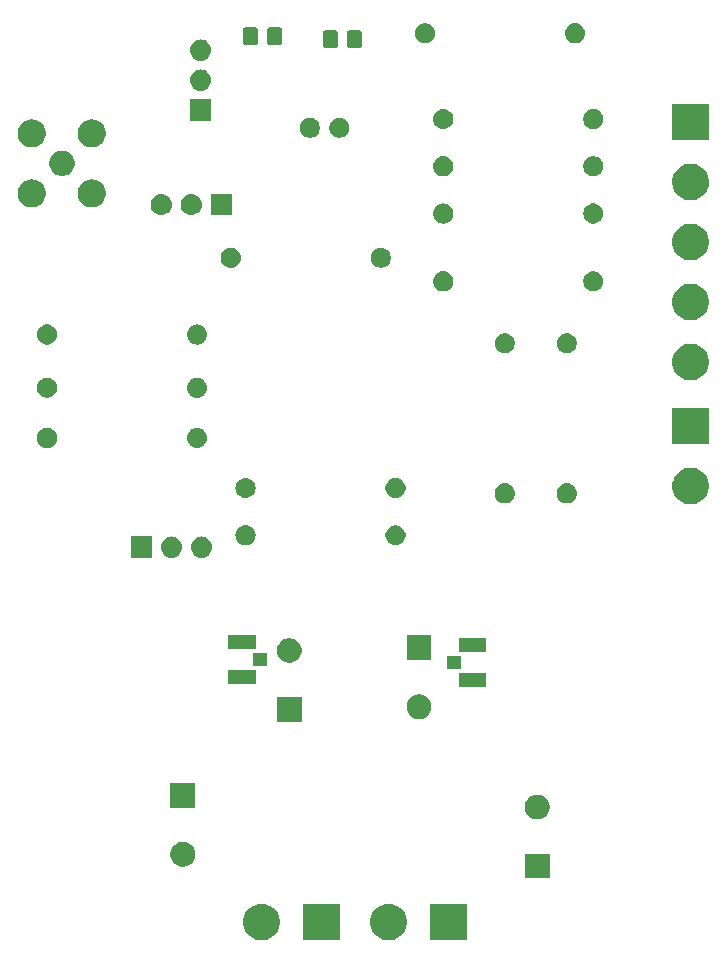
<source format=gbs>
G04 #@! TF.GenerationSoftware,KiCad,Pcbnew,(5.1.4)-1*
G04 #@! TF.CreationDate,2021-07-03T18:30:16-04:00*
G04 #@! TF.ProjectId,beefy_linear_mosfet,62656566-795f-46c6-996e-6561725f6d6f,rev?*
G04 #@! TF.SameCoordinates,Original*
G04 #@! TF.FileFunction,Soldermask,Bot*
G04 #@! TF.FilePolarity,Negative*
%FSLAX46Y46*%
G04 Gerber Fmt 4.6, Leading zero omitted, Abs format (unit mm)*
G04 Created by KiCad (PCBNEW (5.1.4)-1) date 2021-07-03 18:30:16*
%MOMM*%
%LPD*%
G04 APERTURE LIST*
%ADD10C,0.100000*%
G04 APERTURE END LIST*
D10*
G36*
X44301000Y-105301000D02*
G01*
X41199000Y-105301000D01*
X41199000Y-102199000D01*
X44301000Y-102199000D01*
X44301000Y-105301000D01*
X44301000Y-105301000D01*
G37*
G36*
X48722585Y-102228802D02*
G01*
X48872410Y-102258604D01*
X49154674Y-102375521D01*
X49408705Y-102545259D01*
X49624741Y-102761295D01*
X49794479Y-103015326D01*
X49911396Y-103297590D01*
X49971000Y-103597240D01*
X49971000Y-103902760D01*
X49911396Y-104202410D01*
X49794479Y-104484674D01*
X49624741Y-104738705D01*
X49408705Y-104954741D01*
X49154674Y-105124479D01*
X48872410Y-105241396D01*
X48722585Y-105271198D01*
X48572761Y-105301000D01*
X48267239Y-105301000D01*
X48117415Y-105271198D01*
X47967590Y-105241396D01*
X47685326Y-105124479D01*
X47431295Y-104954741D01*
X47215259Y-104738705D01*
X47045521Y-104484674D01*
X46928604Y-104202410D01*
X46869000Y-103902760D01*
X46869000Y-103597240D01*
X46928604Y-103297590D01*
X47045521Y-103015326D01*
X47215259Y-102761295D01*
X47431295Y-102545259D01*
X47685326Y-102375521D01*
X47967590Y-102258604D01*
X48117415Y-102228802D01*
X48267239Y-102199000D01*
X48572761Y-102199000D01*
X48722585Y-102228802D01*
X48722585Y-102228802D01*
G37*
G36*
X55051000Y-105301000D02*
G01*
X51949000Y-105301000D01*
X51949000Y-102199000D01*
X55051000Y-102199000D01*
X55051000Y-105301000D01*
X55051000Y-105301000D01*
G37*
G36*
X37972585Y-102228802D02*
G01*
X38122410Y-102258604D01*
X38404674Y-102375521D01*
X38658705Y-102545259D01*
X38874741Y-102761295D01*
X39044479Y-103015326D01*
X39161396Y-103297590D01*
X39221000Y-103597240D01*
X39221000Y-103902760D01*
X39161396Y-104202410D01*
X39044479Y-104484674D01*
X38874741Y-104738705D01*
X38658705Y-104954741D01*
X38404674Y-105124479D01*
X38122410Y-105241396D01*
X37972585Y-105271198D01*
X37822761Y-105301000D01*
X37517239Y-105301000D01*
X37367415Y-105271198D01*
X37217590Y-105241396D01*
X36935326Y-105124479D01*
X36681295Y-104954741D01*
X36465259Y-104738705D01*
X36295521Y-104484674D01*
X36178604Y-104202410D01*
X36119000Y-103902760D01*
X36119000Y-103597240D01*
X36178604Y-103297590D01*
X36295521Y-103015326D01*
X36465259Y-102761295D01*
X36681295Y-102545259D01*
X36935326Y-102375521D01*
X37217590Y-102258604D01*
X37367415Y-102228802D01*
X37517239Y-102199000D01*
X37822761Y-102199000D01*
X37972585Y-102228802D01*
X37972585Y-102228802D01*
G37*
G36*
X62051000Y-100051000D02*
G01*
X59949000Y-100051000D01*
X59949000Y-97949000D01*
X62051000Y-97949000D01*
X62051000Y-100051000D01*
X62051000Y-100051000D01*
G37*
G36*
X31306564Y-96989389D02*
G01*
X31497833Y-97068615D01*
X31497835Y-97068616D01*
X31669973Y-97183635D01*
X31816365Y-97330027D01*
X31931385Y-97502167D01*
X32010611Y-97693436D01*
X32051000Y-97896484D01*
X32051000Y-98103516D01*
X32010611Y-98306564D01*
X31931385Y-98497833D01*
X31931384Y-98497835D01*
X31816365Y-98669973D01*
X31669973Y-98816365D01*
X31497835Y-98931384D01*
X31497834Y-98931385D01*
X31497833Y-98931385D01*
X31306564Y-99010611D01*
X31103516Y-99051000D01*
X30896484Y-99051000D01*
X30693436Y-99010611D01*
X30502167Y-98931385D01*
X30502166Y-98931385D01*
X30502165Y-98931384D01*
X30330027Y-98816365D01*
X30183635Y-98669973D01*
X30068616Y-98497835D01*
X30068615Y-98497833D01*
X29989389Y-98306564D01*
X29949000Y-98103516D01*
X29949000Y-97896484D01*
X29989389Y-97693436D01*
X30068615Y-97502167D01*
X30183635Y-97330027D01*
X30330027Y-97183635D01*
X30502165Y-97068616D01*
X30502167Y-97068615D01*
X30693436Y-96989389D01*
X30896484Y-96949000D01*
X31103516Y-96949000D01*
X31306564Y-96989389D01*
X31306564Y-96989389D01*
G37*
G36*
X61306564Y-92989389D02*
G01*
X61497833Y-93068615D01*
X61497835Y-93068616D01*
X61669973Y-93183635D01*
X61816365Y-93330027D01*
X61931385Y-93502167D01*
X62010611Y-93693436D01*
X62051000Y-93896484D01*
X62051000Y-94103516D01*
X62010611Y-94306564D01*
X61931385Y-94497833D01*
X61931384Y-94497835D01*
X61816365Y-94669973D01*
X61669973Y-94816365D01*
X61497835Y-94931384D01*
X61497834Y-94931385D01*
X61497833Y-94931385D01*
X61306564Y-95010611D01*
X61103516Y-95051000D01*
X60896484Y-95051000D01*
X60693436Y-95010611D01*
X60502167Y-94931385D01*
X60502166Y-94931385D01*
X60502165Y-94931384D01*
X60330027Y-94816365D01*
X60183635Y-94669973D01*
X60068616Y-94497835D01*
X60068615Y-94497833D01*
X59989389Y-94306564D01*
X59949000Y-94103516D01*
X59949000Y-93896484D01*
X59989389Y-93693436D01*
X60068615Y-93502167D01*
X60183635Y-93330027D01*
X60330027Y-93183635D01*
X60502165Y-93068616D01*
X60502167Y-93068615D01*
X60693436Y-92989389D01*
X60896484Y-92949000D01*
X61103516Y-92949000D01*
X61306564Y-92989389D01*
X61306564Y-92989389D01*
G37*
G36*
X32051000Y-94051000D02*
G01*
X29949000Y-94051000D01*
X29949000Y-91949000D01*
X32051000Y-91949000D01*
X32051000Y-94051000D01*
X32051000Y-94051000D01*
G37*
G36*
X41051000Y-86801000D02*
G01*
X38949000Y-86801000D01*
X38949000Y-84699000D01*
X41051000Y-84699000D01*
X41051000Y-86801000D01*
X41051000Y-86801000D01*
G37*
G36*
X51306564Y-84489389D02*
G01*
X51497833Y-84568615D01*
X51497835Y-84568616D01*
X51669973Y-84683635D01*
X51816365Y-84830027D01*
X51931385Y-85002167D01*
X52010611Y-85193436D01*
X52051000Y-85396484D01*
X52051000Y-85603516D01*
X52010611Y-85806564D01*
X51931385Y-85997833D01*
X51931384Y-85997835D01*
X51816365Y-86169973D01*
X51669973Y-86316365D01*
X51497835Y-86431384D01*
X51497834Y-86431385D01*
X51497833Y-86431385D01*
X51306564Y-86510611D01*
X51103516Y-86551000D01*
X50896484Y-86551000D01*
X50693436Y-86510611D01*
X50502167Y-86431385D01*
X50502166Y-86431385D01*
X50502165Y-86431384D01*
X50330027Y-86316365D01*
X50183635Y-86169973D01*
X50068616Y-85997835D01*
X50068615Y-85997833D01*
X49989389Y-85806564D01*
X49949000Y-85603516D01*
X49949000Y-85396484D01*
X49989389Y-85193436D01*
X50068615Y-85002167D01*
X50183635Y-84830027D01*
X50330027Y-84683635D01*
X50502165Y-84568616D01*
X50502167Y-84568615D01*
X50693436Y-84489389D01*
X50896484Y-84449000D01*
X51103516Y-84449000D01*
X51306564Y-84489389D01*
X51306564Y-84489389D01*
G37*
G36*
X56651000Y-83801000D02*
G01*
X54349000Y-83801000D01*
X54349000Y-82649000D01*
X56651000Y-82649000D01*
X56651000Y-83801000D01*
X56651000Y-83801000D01*
G37*
G36*
X37151000Y-83551000D02*
G01*
X34849000Y-83551000D01*
X34849000Y-82399000D01*
X37151000Y-82399000D01*
X37151000Y-83551000D01*
X37151000Y-83551000D01*
G37*
G36*
X54551000Y-82301000D02*
G01*
X53399000Y-82301000D01*
X53399000Y-81199000D01*
X54551000Y-81199000D01*
X54551000Y-82301000D01*
X54551000Y-82301000D01*
G37*
G36*
X38101000Y-82051000D02*
G01*
X36949000Y-82051000D01*
X36949000Y-80949000D01*
X38101000Y-80949000D01*
X38101000Y-82051000D01*
X38101000Y-82051000D01*
G37*
G36*
X40306564Y-79739389D02*
G01*
X40497833Y-79818615D01*
X40497835Y-79818616D01*
X40669973Y-79933635D01*
X40816365Y-80080027D01*
X40931385Y-80252167D01*
X41010611Y-80443436D01*
X41051000Y-80646484D01*
X41051000Y-80853516D01*
X41010611Y-81056564D01*
X40951612Y-81199000D01*
X40931384Y-81247835D01*
X40816365Y-81419973D01*
X40669973Y-81566365D01*
X40497835Y-81681384D01*
X40497834Y-81681385D01*
X40497833Y-81681385D01*
X40306564Y-81760611D01*
X40103516Y-81801000D01*
X39896484Y-81801000D01*
X39693436Y-81760611D01*
X39502167Y-81681385D01*
X39502166Y-81681385D01*
X39502165Y-81681384D01*
X39330027Y-81566365D01*
X39183635Y-81419973D01*
X39068616Y-81247835D01*
X39048388Y-81199000D01*
X38989389Y-81056564D01*
X38949000Y-80853516D01*
X38949000Y-80646484D01*
X38989389Y-80443436D01*
X39068615Y-80252167D01*
X39183635Y-80080027D01*
X39330027Y-79933635D01*
X39502165Y-79818616D01*
X39502167Y-79818615D01*
X39693436Y-79739389D01*
X39896484Y-79699000D01*
X40103516Y-79699000D01*
X40306564Y-79739389D01*
X40306564Y-79739389D01*
G37*
G36*
X52051000Y-81551000D02*
G01*
X49949000Y-81551000D01*
X49949000Y-79449000D01*
X52051000Y-79449000D01*
X52051000Y-81551000D01*
X52051000Y-81551000D01*
G37*
G36*
X56651000Y-80851000D02*
G01*
X54349000Y-80851000D01*
X54349000Y-79699000D01*
X56651000Y-79699000D01*
X56651000Y-80851000D01*
X56651000Y-80851000D01*
G37*
G36*
X37151000Y-80601000D02*
G01*
X34849000Y-80601000D01*
X34849000Y-79449000D01*
X37151000Y-79449000D01*
X37151000Y-80601000D01*
X37151000Y-80601000D01*
G37*
G36*
X32690443Y-71105519D02*
G01*
X32756627Y-71112037D01*
X32926466Y-71163557D01*
X33082991Y-71247222D01*
X33118729Y-71276552D01*
X33220186Y-71359814D01*
X33303448Y-71461271D01*
X33332778Y-71497009D01*
X33416443Y-71653534D01*
X33467963Y-71823373D01*
X33485359Y-72000000D01*
X33467963Y-72176627D01*
X33416443Y-72346466D01*
X33332778Y-72502991D01*
X33303448Y-72538729D01*
X33220186Y-72640186D01*
X33118729Y-72723448D01*
X33082991Y-72752778D01*
X32926466Y-72836443D01*
X32756627Y-72887963D01*
X32690443Y-72894481D01*
X32624260Y-72901000D01*
X32535740Y-72901000D01*
X32469557Y-72894481D01*
X32403373Y-72887963D01*
X32233534Y-72836443D01*
X32077009Y-72752778D01*
X32041271Y-72723448D01*
X31939814Y-72640186D01*
X31856552Y-72538729D01*
X31827222Y-72502991D01*
X31743557Y-72346466D01*
X31692037Y-72176627D01*
X31674641Y-72000000D01*
X31692037Y-71823373D01*
X31743557Y-71653534D01*
X31827222Y-71497009D01*
X31856552Y-71461271D01*
X31939814Y-71359814D01*
X32041271Y-71276552D01*
X32077009Y-71247222D01*
X32233534Y-71163557D01*
X32403373Y-71112037D01*
X32469557Y-71105519D01*
X32535740Y-71099000D01*
X32624260Y-71099000D01*
X32690443Y-71105519D01*
X32690443Y-71105519D01*
G37*
G36*
X30150443Y-71105519D02*
G01*
X30216627Y-71112037D01*
X30386466Y-71163557D01*
X30542991Y-71247222D01*
X30578729Y-71276552D01*
X30680186Y-71359814D01*
X30763448Y-71461271D01*
X30792778Y-71497009D01*
X30876443Y-71653534D01*
X30927963Y-71823373D01*
X30945359Y-72000000D01*
X30927963Y-72176627D01*
X30876443Y-72346466D01*
X30792778Y-72502991D01*
X30763448Y-72538729D01*
X30680186Y-72640186D01*
X30578729Y-72723448D01*
X30542991Y-72752778D01*
X30386466Y-72836443D01*
X30216627Y-72887963D01*
X30150443Y-72894481D01*
X30084260Y-72901000D01*
X29995740Y-72901000D01*
X29929557Y-72894481D01*
X29863373Y-72887963D01*
X29693534Y-72836443D01*
X29537009Y-72752778D01*
X29501271Y-72723448D01*
X29399814Y-72640186D01*
X29316552Y-72538729D01*
X29287222Y-72502991D01*
X29203557Y-72346466D01*
X29152037Y-72176627D01*
X29134641Y-72000000D01*
X29152037Y-71823373D01*
X29203557Y-71653534D01*
X29287222Y-71497009D01*
X29316552Y-71461271D01*
X29399814Y-71359814D01*
X29501271Y-71276552D01*
X29537009Y-71247222D01*
X29693534Y-71163557D01*
X29863373Y-71112037D01*
X29929557Y-71105519D01*
X29995740Y-71099000D01*
X30084260Y-71099000D01*
X30150443Y-71105519D01*
X30150443Y-71105519D01*
G37*
G36*
X28401000Y-72901000D02*
G01*
X26599000Y-72901000D01*
X26599000Y-71099000D01*
X28401000Y-71099000D01*
X28401000Y-72901000D01*
X28401000Y-72901000D01*
G37*
G36*
X36466823Y-70161313D02*
G01*
X36627242Y-70209976D01*
X36694361Y-70245852D01*
X36775078Y-70288996D01*
X36904659Y-70395341D01*
X37011004Y-70524922D01*
X37011005Y-70524924D01*
X37090024Y-70672758D01*
X37138687Y-70833177D01*
X37155117Y-71000000D01*
X37138687Y-71166823D01*
X37090024Y-71327242D01*
X37049477Y-71403100D01*
X37011004Y-71475078D01*
X36904659Y-71604659D01*
X36775078Y-71711004D01*
X36775076Y-71711005D01*
X36627242Y-71790024D01*
X36466823Y-71838687D01*
X36341804Y-71851000D01*
X36258196Y-71851000D01*
X36133177Y-71838687D01*
X35972758Y-71790024D01*
X35824924Y-71711005D01*
X35824922Y-71711004D01*
X35695341Y-71604659D01*
X35588996Y-71475078D01*
X35550523Y-71403100D01*
X35509976Y-71327242D01*
X35461313Y-71166823D01*
X35444883Y-71000000D01*
X35461313Y-70833177D01*
X35509976Y-70672758D01*
X35588995Y-70524924D01*
X35588996Y-70524922D01*
X35695341Y-70395341D01*
X35824922Y-70288996D01*
X35905639Y-70245852D01*
X35972758Y-70209976D01*
X36133177Y-70161313D01*
X36258196Y-70149000D01*
X36341804Y-70149000D01*
X36466823Y-70161313D01*
X36466823Y-70161313D01*
G37*
G36*
X49248228Y-70181703D02*
G01*
X49403100Y-70245853D01*
X49542481Y-70338985D01*
X49661015Y-70457519D01*
X49754147Y-70596900D01*
X49818297Y-70751772D01*
X49851000Y-70916184D01*
X49851000Y-71083816D01*
X49818297Y-71248228D01*
X49754147Y-71403100D01*
X49661015Y-71542481D01*
X49542481Y-71661015D01*
X49403100Y-71754147D01*
X49248228Y-71818297D01*
X49083816Y-71851000D01*
X48916184Y-71851000D01*
X48751772Y-71818297D01*
X48596900Y-71754147D01*
X48457519Y-71661015D01*
X48338985Y-71542481D01*
X48245853Y-71403100D01*
X48181703Y-71248228D01*
X48149000Y-71083816D01*
X48149000Y-70916184D01*
X48181703Y-70751772D01*
X48245853Y-70596900D01*
X48338985Y-70457519D01*
X48457519Y-70338985D01*
X48596900Y-70245853D01*
X48751772Y-70181703D01*
X48916184Y-70149000D01*
X49083816Y-70149000D01*
X49248228Y-70181703D01*
X49248228Y-70181703D01*
G37*
G36*
X74302585Y-65308802D02*
G01*
X74452410Y-65338604D01*
X74734674Y-65455521D01*
X74988705Y-65625259D01*
X75204741Y-65841295D01*
X75374479Y-66095326D01*
X75454699Y-66288996D01*
X75491396Y-66377591D01*
X75550109Y-66672758D01*
X75551000Y-66677240D01*
X75551000Y-66982760D01*
X75491396Y-67282410D01*
X75374479Y-67564674D01*
X75204741Y-67818705D01*
X74988705Y-68034741D01*
X74734674Y-68204479D01*
X74452410Y-68321396D01*
X74302585Y-68351198D01*
X74152761Y-68381000D01*
X73847239Y-68381000D01*
X73697415Y-68351198D01*
X73547590Y-68321396D01*
X73265326Y-68204479D01*
X73011295Y-68034741D01*
X72795259Y-67818705D01*
X72625521Y-67564674D01*
X72508604Y-67282410D01*
X72449000Y-66982760D01*
X72449000Y-66677240D01*
X72449892Y-66672758D01*
X72508604Y-66377591D01*
X72545301Y-66288996D01*
X72625521Y-66095326D01*
X72795259Y-65841295D01*
X73011295Y-65625259D01*
X73265326Y-65455521D01*
X73547590Y-65338604D01*
X73697415Y-65308802D01*
X73847239Y-65279000D01*
X74152761Y-65279000D01*
X74302585Y-65308802D01*
X74302585Y-65308802D01*
G37*
G36*
X58416823Y-66611313D02*
G01*
X58577242Y-66659976D01*
X58709906Y-66730886D01*
X58725078Y-66738996D01*
X58854659Y-66845341D01*
X58961004Y-66974922D01*
X58961005Y-66974924D01*
X59040024Y-67122758D01*
X59088687Y-67283177D01*
X59105117Y-67450000D01*
X59088687Y-67616823D01*
X59040024Y-67777242D01*
X59007181Y-67838686D01*
X58961004Y-67925078D01*
X58854659Y-68054659D01*
X58725078Y-68161004D01*
X58725076Y-68161005D01*
X58577242Y-68240024D01*
X58416823Y-68288687D01*
X58291804Y-68301000D01*
X58208196Y-68301000D01*
X58083177Y-68288687D01*
X57922758Y-68240024D01*
X57774924Y-68161005D01*
X57774922Y-68161004D01*
X57645341Y-68054659D01*
X57538996Y-67925078D01*
X57492819Y-67838686D01*
X57459976Y-67777242D01*
X57411313Y-67616823D01*
X57394883Y-67450000D01*
X57411313Y-67283177D01*
X57459976Y-67122758D01*
X57538995Y-66974924D01*
X57538996Y-66974922D01*
X57645341Y-66845341D01*
X57774922Y-66738996D01*
X57790094Y-66730886D01*
X57922758Y-66659976D01*
X58083177Y-66611313D01*
X58208196Y-66599000D01*
X58291804Y-66599000D01*
X58416823Y-66611313D01*
X58416823Y-66611313D01*
G37*
G36*
X63666823Y-66611313D02*
G01*
X63827242Y-66659976D01*
X63959906Y-66730886D01*
X63975078Y-66738996D01*
X64104659Y-66845341D01*
X64211004Y-66974922D01*
X64211005Y-66974924D01*
X64290024Y-67122758D01*
X64338687Y-67283177D01*
X64355117Y-67450000D01*
X64338687Y-67616823D01*
X64290024Y-67777242D01*
X64257181Y-67838686D01*
X64211004Y-67925078D01*
X64104659Y-68054659D01*
X63975078Y-68161004D01*
X63975076Y-68161005D01*
X63827242Y-68240024D01*
X63666823Y-68288687D01*
X63541804Y-68301000D01*
X63458196Y-68301000D01*
X63333177Y-68288687D01*
X63172758Y-68240024D01*
X63024924Y-68161005D01*
X63024922Y-68161004D01*
X62895341Y-68054659D01*
X62788996Y-67925078D01*
X62742819Y-67838686D01*
X62709976Y-67777242D01*
X62661313Y-67616823D01*
X62644883Y-67450000D01*
X62661313Y-67283177D01*
X62709976Y-67122758D01*
X62788995Y-66974924D01*
X62788996Y-66974922D01*
X62895341Y-66845341D01*
X63024922Y-66738996D01*
X63040094Y-66730886D01*
X63172758Y-66659976D01*
X63333177Y-66611313D01*
X63458196Y-66599000D01*
X63541804Y-66599000D01*
X63666823Y-66611313D01*
X63666823Y-66611313D01*
G37*
G36*
X49248228Y-66181703D02*
G01*
X49403100Y-66245853D01*
X49542481Y-66338985D01*
X49661015Y-66457519D01*
X49754147Y-66596900D01*
X49818297Y-66751772D01*
X49851000Y-66916184D01*
X49851000Y-67083816D01*
X49818297Y-67248228D01*
X49754147Y-67403100D01*
X49661015Y-67542481D01*
X49542481Y-67661015D01*
X49403100Y-67754147D01*
X49248228Y-67818297D01*
X49083816Y-67851000D01*
X48916184Y-67851000D01*
X48751772Y-67818297D01*
X48596900Y-67754147D01*
X48457519Y-67661015D01*
X48338985Y-67542481D01*
X48245853Y-67403100D01*
X48181703Y-67248228D01*
X48149000Y-67083816D01*
X48149000Y-66916184D01*
X48181703Y-66751772D01*
X48245853Y-66596900D01*
X48338985Y-66457519D01*
X48457519Y-66338985D01*
X48596900Y-66245853D01*
X48751772Y-66181703D01*
X48916184Y-66149000D01*
X49083816Y-66149000D01*
X49248228Y-66181703D01*
X49248228Y-66181703D01*
G37*
G36*
X36466823Y-66161313D02*
G01*
X36627242Y-66209976D01*
X36694361Y-66245852D01*
X36775078Y-66288996D01*
X36904659Y-66395341D01*
X37011004Y-66524922D01*
X37011005Y-66524924D01*
X37090024Y-66672758D01*
X37138687Y-66833177D01*
X37155117Y-67000000D01*
X37138687Y-67166823D01*
X37090024Y-67327242D01*
X37049477Y-67403100D01*
X37011004Y-67475078D01*
X36904659Y-67604659D01*
X36775078Y-67711004D01*
X36775076Y-67711005D01*
X36627242Y-67790024D01*
X36466823Y-67838687D01*
X36341804Y-67851000D01*
X36258196Y-67851000D01*
X36133177Y-67838687D01*
X35972758Y-67790024D01*
X35824924Y-67711005D01*
X35824922Y-67711004D01*
X35695341Y-67604659D01*
X35588996Y-67475078D01*
X35550523Y-67403100D01*
X35509976Y-67327242D01*
X35461313Y-67166823D01*
X35444883Y-67000000D01*
X35461313Y-66833177D01*
X35509976Y-66672758D01*
X35588995Y-66524924D01*
X35588996Y-66524922D01*
X35695341Y-66395341D01*
X35824922Y-66288996D01*
X35905639Y-66245852D01*
X35972758Y-66209976D01*
X36133177Y-66161313D01*
X36258196Y-66149000D01*
X36341804Y-66149000D01*
X36466823Y-66161313D01*
X36466823Y-66161313D01*
G37*
G36*
X32366823Y-61911313D02*
G01*
X32527242Y-61959976D01*
X32594361Y-61995852D01*
X32675078Y-62038996D01*
X32804659Y-62145341D01*
X32911004Y-62274922D01*
X32911005Y-62274924D01*
X32990024Y-62422758D01*
X33038687Y-62583177D01*
X33055117Y-62750000D01*
X33038687Y-62916823D01*
X32990024Y-63077242D01*
X32949477Y-63153100D01*
X32911004Y-63225078D01*
X32804659Y-63354659D01*
X32675078Y-63461004D01*
X32675076Y-63461005D01*
X32527242Y-63540024D01*
X32366823Y-63588687D01*
X32241804Y-63601000D01*
X32158196Y-63601000D01*
X32033177Y-63588687D01*
X31872758Y-63540024D01*
X31724924Y-63461005D01*
X31724922Y-63461004D01*
X31595341Y-63354659D01*
X31488996Y-63225078D01*
X31450523Y-63153100D01*
X31409976Y-63077242D01*
X31361313Y-62916823D01*
X31344883Y-62750000D01*
X31361313Y-62583177D01*
X31409976Y-62422758D01*
X31488995Y-62274924D01*
X31488996Y-62274922D01*
X31595341Y-62145341D01*
X31724922Y-62038996D01*
X31805639Y-61995852D01*
X31872758Y-61959976D01*
X32033177Y-61911313D01*
X32158196Y-61899000D01*
X32241804Y-61899000D01*
X32366823Y-61911313D01*
X32366823Y-61911313D01*
G37*
G36*
X19748228Y-61931703D02*
G01*
X19903100Y-61995853D01*
X20042481Y-62088985D01*
X20161015Y-62207519D01*
X20254147Y-62346900D01*
X20318297Y-62501772D01*
X20351000Y-62666184D01*
X20351000Y-62833816D01*
X20318297Y-62998228D01*
X20254147Y-63153100D01*
X20161015Y-63292481D01*
X20042481Y-63411015D01*
X19903100Y-63504147D01*
X19748228Y-63568297D01*
X19583816Y-63601000D01*
X19416184Y-63601000D01*
X19251772Y-63568297D01*
X19096900Y-63504147D01*
X18957519Y-63411015D01*
X18838985Y-63292481D01*
X18745853Y-63153100D01*
X18681703Y-62998228D01*
X18649000Y-62833816D01*
X18649000Y-62666184D01*
X18681703Y-62501772D01*
X18745853Y-62346900D01*
X18838985Y-62207519D01*
X18957519Y-62088985D01*
X19096900Y-61995853D01*
X19251772Y-61931703D01*
X19416184Y-61899000D01*
X19583816Y-61899000D01*
X19748228Y-61931703D01*
X19748228Y-61931703D01*
G37*
G36*
X75551000Y-63301000D02*
G01*
X72449000Y-63301000D01*
X72449000Y-60199000D01*
X75551000Y-60199000D01*
X75551000Y-63301000D01*
X75551000Y-63301000D01*
G37*
G36*
X19748228Y-57681703D02*
G01*
X19903100Y-57745853D01*
X20042481Y-57838985D01*
X20161015Y-57957519D01*
X20254147Y-58096900D01*
X20318297Y-58251772D01*
X20351000Y-58416184D01*
X20351000Y-58583816D01*
X20318297Y-58748228D01*
X20254147Y-58903100D01*
X20161015Y-59042481D01*
X20042481Y-59161015D01*
X19903100Y-59254147D01*
X19748228Y-59318297D01*
X19583816Y-59351000D01*
X19416184Y-59351000D01*
X19251772Y-59318297D01*
X19096900Y-59254147D01*
X18957519Y-59161015D01*
X18838985Y-59042481D01*
X18745853Y-58903100D01*
X18681703Y-58748228D01*
X18649000Y-58583816D01*
X18649000Y-58416184D01*
X18681703Y-58251772D01*
X18745853Y-58096900D01*
X18838985Y-57957519D01*
X18957519Y-57838985D01*
X19096900Y-57745853D01*
X19251772Y-57681703D01*
X19416184Y-57649000D01*
X19583816Y-57649000D01*
X19748228Y-57681703D01*
X19748228Y-57681703D01*
G37*
G36*
X32366823Y-57661313D02*
G01*
X32527242Y-57709976D01*
X32594361Y-57745852D01*
X32675078Y-57788996D01*
X32804659Y-57895341D01*
X32911004Y-58024922D01*
X32911005Y-58024924D01*
X32990024Y-58172758D01*
X33038687Y-58333177D01*
X33055117Y-58500000D01*
X33038687Y-58666823D01*
X32990024Y-58827242D01*
X32949477Y-58903100D01*
X32911004Y-58975078D01*
X32804659Y-59104659D01*
X32675078Y-59211004D01*
X32675076Y-59211005D01*
X32527242Y-59290024D01*
X32366823Y-59338687D01*
X32241804Y-59351000D01*
X32158196Y-59351000D01*
X32033177Y-59338687D01*
X31872758Y-59290024D01*
X31724924Y-59211005D01*
X31724922Y-59211004D01*
X31595341Y-59104659D01*
X31488996Y-58975078D01*
X31450523Y-58903100D01*
X31409976Y-58827242D01*
X31361313Y-58666823D01*
X31344883Y-58500000D01*
X31361313Y-58333177D01*
X31409976Y-58172758D01*
X31488995Y-58024924D01*
X31488996Y-58024922D01*
X31595341Y-57895341D01*
X31724922Y-57788996D01*
X31805639Y-57745852D01*
X31872758Y-57709976D01*
X32033177Y-57661313D01*
X32158196Y-57649000D01*
X32241804Y-57649000D01*
X32366823Y-57661313D01*
X32366823Y-57661313D01*
G37*
G36*
X74258455Y-54790024D02*
G01*
X74452410Y-54828604D01*
X74734674Y-54945521D01*
X74988705Y-55115259D01*
X75204741Y-55331295D01*
X75374479Y-55585326D01*
X75491396Y-55867590D01*
X75551000Y-56167240D01*
X75551000Y-56472760D01*
X75491396Y-56772410D01*
X75374479Y-57054674D01*
X75204741Y-57308705D01*
X74988705Y-57524741D01*
X74734674Y-57694479D01*
X74452410Y-57811396D01*
X74302585Y-57841198D01*
X74152761Y-57871000D01*
X73847239Y-57871000D01*
X73697415Y-57841198D01*
X73547590Y-57811396D01*
X73265326Y-57694479D01*
X73011295Y-57524741D01*
X72795259Y-57308705D01*
X72625521Y-57054674D01*
X72508604Y-56772410D01*
X72449000Y-56472760D01*
X72449000Y-56167240D01*
X72508604Y-55867590D01*
X72625521Y-55585326D01*
X72795259Y-55331295D01*
X73011295Y-55115259D01*
X73265326Y-54945521D01*
X73547590Y-54828604D01*
X73741545Y-54790024D01*
X73847239Y-54769000D01*
X74152761Y-54769000D01*
X74258455Y-54790024D01*
X74258455Y-54790024D01*
G37*
G36*
X58498228Y-53931703D02*
G01*
X58653100Y-53995853D01*
X58792481Y-54088985D01*
X58911015Y-54207519D01*
X59004147Y-54346900D01*
X59068297Y-54501772D01*
X59101000Y-54666184D01*
X59101000Y-54833816D01*
X59068297Y-54998228D01*
X59004147Y-55153100D01*
X58911015Y-55292481D01*
X58792481Y-55411015D01*
X58653100Y-55504147D01*
X58498228Y-55568297D01*
X58333816Y-55601000D01*
X58166184Y-55601000D01*
X58001772Y-55568297D01*
X57846900Y-55504147D01*
X57707519Y-55411015D01*
X57588985Y-55292481D01*
X57495853Y-55153100D01*
X57431703Y-54998228D01*
X57399000Y-54833816D01*
X57399000Y-54666184D01*
X57431703Y-54501772D01*
X57495853Y-54346900D01*
X57588985Y-54207519D01*
X57707519Y-54088985D01*
X57846900Y-53995853D01*
X58001772Y-53931703D01*
X58166184Y-53899000D01*
X58333816Y-53899000D01*
X58498228Y-53931703D01*
X58498228Y-53931703D01*
G37*
G36*
X63748228Y-53931703D02*
G01*
X63903100Y-53995853D01*
X64042481Y-54088985D01*
X64161015Y-54207519D01*
X64254147Y-54346900D01*
X64318297Y-54501772D01*
X64351000Y-54666184D01*
X64351000Y-54833816D01*
X64318297Y-54998228D01*
X64254147Y-55153100D01*
X64161015Y-55292481D01*
X64042481Y-55411015D01*
X63903100Y-55504147D01*
X63748228Y-55568297D01*
X63583816Y-55601000D01*
X63416184Y-55601000D01*
X63251772Y-55568297D01*
X63096900Y-55504147D01*
X62957519Y-55411015D01*
X62838985Y-55292481D01*
X62745853Y-55153100D01*
X62681703Y-54998228D01*
X62649000Y-54833816D01*
X62649000Y-54666184D01*
X62681703Y-54501772D01*
X62745853Y-54346900D01*
X62838985Y-54207519D01*
X62957519Y-54088985D01*
X63096900Y-53995853D01*
X63251772Y-53931703D01*
X63416184Y-53899000D01*
X63583816Y-53899000D01*
X63748228Y-53931703D01*
X63748228Y-53931703D01*
G37*
G36*
X32366823Y-53161313D02*
G01*
X32527242Y-53209976D01*
X32594361Y-53245852D01*
X32675078Y-53288996D01*
X32804659Y-53395341D01*
X32911004Y-53524922D01*
X32911005Y-53524924D01*
X32990024Y-53672758D01*
X33038687Y-53833177D01*
X33055117Y-54000000D01*
X33038687Y-54166823D01*
X32990024Y-54327242D01*
X32949477Y-54403100D01*
X32911004Y-54475078D01*
X32804659Y-54604659D01*
X32675078Y-54711004D01*
X32675076Y-54711005D01*
X32527242Y-54790024D01*
X32366823Y-54838687D01*
X32241804Y-54851000D01*
X32158196Y-54851000D01*
X32033177Y-54838687D01*
X31872758Y-54790024D01*
X31724924Y-54711005D01*
X31724922Y-54711004D01*
X31595341Y-54604659D01*
X31488996Y-54475078D01*
X31450523Y-54403100D01*
X31409976Y-54327242D01*
X31361313Y-54166823D01*
X31344883Y-54000000D01*
X31361313Y-53833177D01*
X31409976Y-53672758D01*
X31488995Y-53524924D01*
X31488996Y-53524922D01*
X31595341Y-53395341D01*
X31724922Y-53288996D01*
X31805639Y-53245852D01*
X31872758Y-53209976D01*
X32033177Y-53161313D01*
X32158196Y-53149000D01*
X32241804Y-53149000D01*
X32366823Y-53161313D01*
X32366823Y-53161313D01*
G37*
G36*
X19748228Y-53181703D02*
G01*
X19903100Y-53245853D01*
X20042481Y-53338985D01*
X20161015Y-53457519D01*
X20254147Y-53596900D01*
X20318297Y-53751772D01*
X20351000Y-53916184D01*
X20351000Y-54083816D01*
X20318297Y-54248228D01*
X20254147Y-54403100D01*
X20161015Y-54542481D01*
X20042481Y-54661015D01*
X19903100Y-54754147D01*
X19748228Y-54818297D01*
X19583816Y-54851000D01*
X19416184Y-54851000D01*
X19251772Y-54818297D01*
X19096900Y-54754147D01*
X18957519Y-54661015D01*
X18838985Y-54542481D01*
X18745853Y-54403100D01*
X18681703Y-54248228D01*
X18649000Y-54083816D01*
X18649000Y-53916184D01*
X18681703Y-53751772D01*
X18745853Y-53596900D01*
X18838985Y-53457519D01*
X18957519Y-53338985D01*
X19096900Y-53245853D01*
X19251772Y-53181703D01*
X19416184Y-53149000D01*
X19583816Y-53149000D01*
X19748228Y-53181703D01*
X19748228Y-53181703D01*
G37*
G36*
X74302585Y-49718802D02*
G01*
X74452410Y-49748604D01*
X74734674Y-49865521D01*
X74988705Y-50035259D01*
X75204741Y-50251295D01*
X75374479Y-50505326D01*
X75491396Y-50787590D01*
X75551000Y-51087240D01*
X75551000Y-51392760D01*
X75491396Y-51692410D01*
X75374479Y-51974674D01*
X75204741Y-52228705D01*
X74988705Y-52444741D01*
X74734674Y-52614479D01*
X74452410Y-52731396D01*
X74302585Y-52761198D01*
X74152761Y-52791000D01*
X73847239Y-52791000D01*
X73697415Y-52761198D01*
X73547590Y-52731396D01*
X73265326Y-52614479D01*
X73011295Y-52444741D01*
X72795259Y-52228705D01*
X72625521Y-51974674D01*
X72508604Y-51692410D01*
X72449000Y-51392760D01*
X72449000Y-51087240D01*
X72508604Y-50787590D01*
X72625521Y-50505326D01*
X72795259Y-50251295D01*
X73011295Y-50035259D01*
X73265326Y-49865521D01*
X73547590Y-49748604D01*
X73697415Y-49718802D01*
X73847239Y-49689000D01*
X74152761Y-49689000D01*
X74302585Y-49718802D01*
X74302585Y-49718802D01*
G37*
G36*
X65998228Y-48681703D02*
G01*
X66153100Y-48745853D01*
X66292481Y-48838985D01*
X66411015Y-48957519D01*
X66504147Y-49096900D01*
X66568297Y-49251772D01*
X66601000Y-49416184D01*
X66601000Y-49583816D01*
X66568297Y-49748228D01*
X66504147Y-49903100D01*
X66411015Y-50042481D01*
X66292481Y-50161015D01*
X66153100Y-50254147D01*
X65998228Y-50318297D01*
X65833816Y-50351000D01*
X65666184Y-50351000D01*
X65501772Y-50318297D01*
X65346900Y-50254147D01*
X65207519Y-50161015D01*
X65088985Y-50042481D01*
X64995853Y-49903100D01*
X64931703Y-49748228D01*
X64899000Y-49583816D01*
X64899000Y-49416184D01*
X64931703Y-49251772D01*
X64995853Y-49096900D01*
X65088985Y-48957519D01*
X65207519Y-48838985D01*
X65346900Y-48745853D01*
X65501772Y-48681703D01*
X65666184Y-48649000D01*
X65833816Y-48649000D01*
X65998228Y-48681703D01*
X65998228Y-48681703D01*
G37*
G36*
X53216823Y-48661313D02*
G01*
X53377242Y-48709976D01*
X53444361Y-48745852D01*
X53525078Y-48788996D01*
X53654659Y-48895341D01*
X53761004Y-49024922D01*
X53761005Y-49024924D01*
X53840024Y-49172758D01*
X53888687Y-49333177D01*
X53905117Y-49500000D01*
X53888687Y-49666823D01*
X53840024Y-49827242D01*
X53799477Y-49903100D01*
X53761004Y-49975078D01*
X53654659Y-50104659D01*
X53525078Y-50211004D01*
X53525076Y-50211005D01*
X53377242Y-50290024D01*
X53216823Y-50338687D01*
X53091804Y-50351000D01*
X53008196Y-50351000D01*
X52883177Y-50338687D01*
X52722758Y-50290024D01*
X52574924Y-50211005D01*
X52574922Y-50211004D01*
X52445341Y-50104659D01*
X52338996Y-49975078D01*
X52300523Y-49903100D01*
X52259976Y-49827242D01*
X52211313Y-49666823D01*
X52194883Y-49500000D01*
X52211313Y-49333177D01*
X52259976Y-49172758D01*
X52338995Y-49024924D01*
X52338996Y-49024922D01*
X52445341Y-48895341D01*
X52574922Y-48788996D01*
X52655639Y-48745852D01*
X52722758Y-48709976D01*
X52883177Y-48661313D01*
X53008196Y-48649000D01*
X53091804Y-48649000D01*
X53216823Y-48661313D01*
X53216823Y-48661313D01*
G37*
G36*
X35216823Y-46661313D02*
G01*
X35377242Y-46709976D01*
X35444361Y-46745852D01*
X35525078Y-46788996D01*
X35654659Y-46895341D01*
X35761004Y-47024922D01*
X35761005Y-47024924D01*
X35840024Y-47172758D01*
X35888687Y-47333177D01*
X35905117Y-47500000D01*
X35888687Y-47666823D01*
X35840024Y-47827242D01*
X35799477Y-47903100D01*
X35761004Y-47975078D01*
X35654659Y-48104659D01*
X35525078Y-48211004D01*
X35525076Y-48211005D01*
X35377242Y-48290024D01*
X35216823Y-48338687D01*
X35091804Y-48351000D01*
X35008196Y-48351000D01*
X34883177Y-48338687D01*
X34722758Y-48290024D01*
X34574924Y-48211005D01*
X34574922Y-48211004D01*
X34445341Y-48104659D01*
X34338996Y-47975078D01*
X34300523Y-47903100D01*
X34259976Y-47827242D01*
X34211313Y-47666823D01*
X34194883Y-47500000D01*
X34211313Y-47333177D01*
X34259976Y-47172758D01*
X34338995Y-47024924D01*
X34338996Y-47024922D01*
X34445341Y-46895341D01*
X34574922Y-46788996D01*
X34655639Y-46745852D01*
X34722758Y-46709976D01*
X34883177Y-46661313D01*
X35008196Y-46649000D01*
X35091804Y-46649000D01*
X35216823Y-46661313D01*
X35216823Y-46661313D01*
G37*
G36*
X47998228Y-46681703D02*
G01*
X48153100Y-46745853D01*
X48292481Y-46838985D01*
X48411015Y-46957519D01*
X48504147Y-47096900D01*
X48568297Y-47251772D01*
X48601000Y-47416184D01*
X48601000Y-47583816D01*
X48568297Y-47748228D01*
X48504147Y-47903100D01*
X48411015Y-48042481D01*
X48292481Y-48161015D01*
X48153100Y-48254147D01*
X47998228Y-48318297D01*
X47833816Y-48351000D01*
X47666184Y-48351000D01*
X47501772Y-48318297D01*
X47346900Y-48254147D01*
X47207519Y-48161015D01*
X47088985Y-48042481D01*
X46995853Y-47903100D01*
X46931703Y-47748228D01*
X46899000Y-47583816D01*
X46899000Y-47416184D01*
X46931703Y-47251772D01*
X46995853Y-47096900D01*
X47088985Y-46957519D01*
X47207519Y-46838985D01*
X47346900Y-46745853D01*
X47501772Y-46681703D01*
X47666184Y-46649000D01*
X47833816Y-46649000D01*
X47998228Y-46681703D01*
X47998228Y-46681703D01*
G37*
G36*
X74302585Y-44638802D02*
G01*
X74452410Y-44668604D01*
X74734674Y-44785521D01*
X74988705Y-44955259D01*
X75204741Y-45171295D01*
X75374479Y-45425326D01*
X75491396Y-45707590D01*
X75551000Y-46007240D01*
X75551000Y-46312760D01*
X75491396Y-46612410D01*
X75374479Y-46894674D01*
X75204741Y-47148705D01*
X74988705Y-47364741D01*
X74734674Y-47534479D01*
X74452410Y-47651396D01*
X74374853Y-47666823D01*
X74152761Y-47711000D01*
X73847239Y-47711000D01*
X73625147Y-47666823D01*
X73547590Y-47651396D01*
X73265326Y-47534479D01*
X73011295Y-47364741D01*
X72795259Y-47148705D01*
X72625521Y-46894674D01*
X72508604Y-46612410D01*
X72449000Y-46312760D01*
X72449000Y-46007240D01*
X72508604Y-45707590D01*
X72625521Y-45425326D01*
X72795259Y-45171295D01*
X73011295Y-44955259D01*
X73265326Y-44785521D01*
X73547590Y-44668604D01*
X73697415Y-44638802D01*
X73847239Y-44609000D01*
X74152761Y-44609000D01*
X74302585Y-44638802D01*
X74302585Y-44638802D01*
G37*
G36*
X53216823Y-42911313D02*
G01*
X53377242Y-42959976D01*
X53509906Y-43030886D01*
X53525078Y-43038996D01*
X53654659Y-43145341D01*
X53761004Y-43274922D01*
X53761005Y-43274924D01*
X53840024Y-43422758D01*
X53888687Y-43583177D01*
X53905117Y-43750000D01*
X53888687Y-43916823D01*
X53840024Y-44077242D01*
X53799477Y-44153100D01*
X53761004Y-44225078D01*
X53654659Y-44354659D01*
X53525078Y-44461004D01*
X53525076Y-44461005D01*
X53377242Y-44540024D01*
X53216823Y-44588687D01*
X53091804Y-44601000D01*
X53008196Y-44601000D01*
X52883177Y-44588687D01*
X52722758Y-44540024D01*
X52574924Y-44461005D01*
X52574922Y-44461004D01*
X52445341Y-44354659D01*
X52338996Y-44225078D01*
X52300523Y-44153100D01*
X52259976Y-44077242D01*
X52211313Y-43916823D01*
X52194883Y-43750000D01*
X52211313Y-43583177D01*
X52259976Y-43422758D01*
X52338995Y-43274924D01*
X52338996Y-43274922D01*
X52445341Y-43145341D01*
X52574922Y-43038996D01*
X52590094Y-43030886D01*
X52722758Y-42959976D01*
X52883177Y-42911313D01*
X53008196Y-42899000D01*
X53091804Y-42899000D01*
X53216823Y-42911313D01*
X53216823Y-42911313D01*
G37*
G36*
X65998228Y-42931703D02*
G01*
X66153100Y-42995853D01*
X66292481Y-43088985D01*
X66411015Y-43207519D01*
X66504147Y-43346900D01*
X66568297Y-43501772D01*
X66601000Y-43666184D01*
X66601000Y-43833816D01*
X66568297Y-43998228D01*
X66504147Y-44153100D01*
X66411015Y-44292481D01*
X66292481Y-44411015D01*
X66153100Y-44504147D01*
X65998228Y-44568297D01*
X65833816Y-44601000D01*
X65666184Y-44601000D01*
X65501772Y-44568297D01*
X65346900Y-44504147D01*
X65207519Y-44411015D01*
X65088985Y-44292481D01*
X64995853Y-44153100D01*
X64931703Y-43998228D01*
X64899000Y-43833816D01*
X64899000Y-43666184D01*
X64931703Y-43501772D01*
X64995853Y-43346900D01*
X65088985Y-43207519D01*
X65207519Y-43088985D01*
X65346900Y-42995853D01*
X65501772Y-42931703D01*
X65666184Y-42899000D01*
X65833816Y-42899000D01*
X65998228Y-42931703D01*
X65998228Y-42931703D01*
G37*
G36*
X29280442Y-42105518D02*
G01*
X29346627Y-42112037D01*
X29516466Y-42163557D01*
X29672991Y-42247222D01*
X29708729Y-42276552D01*
X29810186Y-42359814D01*
X29887874Y-42454479D01*
X29922778Y-42497009D01*
X30006443Y-42653534D01*
X30057963Y-42823373D01*
X30075359Y-43000000D01*
X30057963Y-43176627D01*
X30006443Y-43346466D01*
X29922778Y-43502991D01*
X29893448Y-43538729D01*
X29810186Y-43640186D01*
X29708729Y-43723448D01*
X29672991Y-43752778D01*
X29516466Y-43836443D01*
X29346627Y-43887963D01*
X29280442Y-43894482D01*
X29214260Y-43901000D01*
X29125740Y-43901000D01*
X29059558Y-43894482D01*
X28993373Y-43887963D01*
X28823534Y-43836443D01*
X28667009Y-43752778D01*
X28631271Y-43723448D01*
X28529814Y-43640186D01*
X28446552Y-43538729D01*
X28417222Y-43502991D01*
X28333557Y-43346466D01*
X28282037Y-43176627D01*
X28264641Y-43000000D01*
X28282037Y-42823373D01*
X28333557Y-42653534D01*
X28417222Y-42497009D01*
X28452126Y-42454479D01*
X28529814Y-42359814D01*
X28631271Y-42276552D01*
X28667009Y-42247222D01*
X28823534Y-42163557D01*
X28993373Y-42112037D01*
X29059558Y-42105518D01*
X29125740Y-42099000D01*
X29214260Y-42099000D01*
X29280442Y-42105518D01*
X29280442Y-42105518D01*
G37*
G36*
X31820442Y-42105518D02*
G01*
X31886627Y-42112037D01*
X32056466Y-42163557D01*
X32212991Y-42247222D01*
X32248729Y-42276552D01*
X32350186Y-42359814D01*
X32427874Y-42454479D01*
X32462778Y-42497009D01*
X32546443Y-42653534D01*
X32597963Y-42823373D01*
X32615359Y-43000000D01*
X32597963Y-43176627D01*
X32546443Y-43346466D01*
X32462778Y-43502991D01*
X32433448Y-43538729D01*
X32350186Y-43640186D01*
X32248729Y-43723448D01*
X32212991Y-43752778D01*
X32056466Y-43836443D01*
X31886627Y-43887963D01*
X31820442Y-43894482D01*
X31754260Y-43901000D01*
X31665740Y-43901000D01*
X31599558Y-43894482D01*
X31533373Y-43887963D01*
X31363534Y-43836443D01*
X31207009Y-43752778D01*
X31171271Y-43723448D01*
X31069814Y-43640186D01*
X30986552Y-43538729D01*
X30957222Y-43502991D01*
X30873557Y-43346466D01*
X30822037Y-43176627D01*
X30804641Y-43000000D01*
X30822037Y-42823373D01*
X30873557Y-42653534D01*
X30957222Y-42497009D01*
X30992126Y-42454479D01*
X31069814Y-42359814D01*
X31171271Y-42276552D01*
X31207009Y-42247222D01*
X31363534Y-42163557D01*
X31533373Y-42112037D01*
X31599558Y-42105518D01*
X31665740Y-42099000D01*
X31754260Y-42099000D01*
X31820442Y-42105518D01*
X31820442Y-42105518D01*
G37*
G36*
X35151000Y-43901000D02*
G01*
X33349000Y-43901000D01*
X33349000Y-42099000D01*
X35151000Y-42099000D01*
X35151000Y-43901000D01*
X35151000Y-43901000D01*
G37*
G36*
X23481560Y-40879064D02*
G01*
X23633027Y-40909193D01*
X23847045Y-40997842D01*
X23847046Y-40997843D01*
X24039654Y-41126539D01*
X24203461Y-41290346D01*
X24289258Y-41418751D01*
X24332158Y-41482955D01*
X24420807Y-41696973D01*
X24466000Y-41924174D01*
X24466000Y-42155826D01*
X24420807Y-42383027D01*
X24332158Y-42597045D01*
X24332157Y-42597046D01*
X24203461Y-42789654D01*
X24039654Y-42953461D01*
X23970003Y-43000000D01*
X23847045Y-43082158D01*
X23633027Y-43170807D01*
X23481560Y-43200936D01*
X23405827Y-43216000D01*
X23174173Y-43216000D01*
X23098440Y-43200936D01*
X22946973Y-43170807D01*
X22732955Y-43082158D01*
X22609997Y-43000000D01*
X22540346Y-42953461D01*
X22376539Y-42789654D01*
X22247843Y-42597046D01*
X22247842Y-42597045D01*
X22159193Y-42383027D01*
X22114000Y-42155826D01*
X22114000Y-41924174D01*
X22159193Y-41696973D01*
X22247842Y-41482955D01*
X22290742Y-41418751D01*
X22376539Y-41290346D01*
X22540346Y-41126539D01*
X22732954Y-40997843D01*
X22732955Y-40997842D01*
X22946973Y-40909193D01*
X23098440Y-40879064D01*
X23174173Y-40864000D01*
X23405827Y-40864000D01*
X23481560Y-40879064D01*
X23481560Y-40879064D01*
G37*
G36*
X18401560Y-40879064D02*
G01*
X18553027Y-40909193D01*
X18767045Y-40997842D01*
X18767046Y-40997843D01*
X18959654Y-41126539D01*
X19123461Y-41290346D01*
X19209258Y-41418751D01*
X19252158Y-41482955D01*
X19340807Y-41696973D01*
X19386000Y-41924174D01*
X19386000Y-42155826D01*
X19340807Y-42383027D01*
X19252158Y-42597045D01*
X19252157Y-42597046D01*
X19123461Y-42789654D01*
X18959654Y-42953461D01*
X18890003Y-43000000D01*
X18767045Y-43082158D01*
X18553027Y-43170807D01*
X18401560Y-43200936D01*
X18325827Y-43216000D01*
X18094173Y-43216000D01*
X18018440Y-43200936D01*
X17866973Y-43170807D01*
X17652955Y-43082158D01*
X17529997Y-43000000D01*
X17460346Y-42953461D01*
X17296539Y-42789654D01*
X17167843Y-42597046D01*
X17167842Y-42597045D01*
X17079193Y-42383027D01*
X17034000Y-42155826D01*
X17034000Y-41924174D01*
X17079193Y-41696973D01*
X17167842Y-41482955D01*
X17210742Y-41418751D01*
X17296539Y-41290346D01*
X17460346Y-41126539D01*
X17652954Y-40997843D01*
X17652955Y-40997842D01*
X17866973Y-40909193D01*
X18018440Y-40879064D01*
X18094173Y-40864000D01*
X18325827Y-40864000D01*
X18401560Y-40879064D01*
X18401560Y-40879064D01*
G37*
G36*
X74302585Y-39558802D02*
G01*
X74452410Y-39588604D01*
X74734674Y-39705521D01*
X74988705Y-39875259D01*
X75204741Y-40091295D01*
X75374479Y-40345326D01*
X75480382Y-40601000D01*
X75491396Y-40627591D01*
X75551000Y-40927239D01*
X75551000Y-41232761D01*
X75521198Y-41382585D01*
X75491396Y-41532410D01*
X75374479Y-41814674D01*
X75204741Y-42068705D01*
X74988705Y-42284741D01*
X74734674Y-42454479D01*
X74452410Y-42571396D01*
X74302585Y-42601198D01*
X74152761Y-42631000D01*
X73847239Y-42631000D01*
X73697415Y-42601198D01*
X73547590Y-42571396D01*
X73265326Y-42454479D01*
X73011295Y-42284741D01*
X72795259Y-42068705D01*
X72625521Y-41814674D01*
X72508604Y-41532410D01*
X72478802Y-41382585D01*
X72449000Y-41232761D01*
X72449000Y-40927239D01*
X72508604Y-40627591D01*
X72519618Y-40601000D01*
X72625521Y-40345326D01*
X72795259Y-40091295D01*
X73011295Y-39875259D01*
X73265326Y-39705521D01*
X73547590Y-39588604D01*
X73697415Y-39558802D01*
X73847239Y-39529000D01*
X74152761Y-39529000D01*
X74302585Y-39558802D01*
X74302585Y-39558802D01*
G37*
G36*
X53216823Y-38911313D02*
G01*
X53377242Y-38959976D01*
X53434015Y-38990322D01*
X53525078Y-39038996D01*
X53654659Y-39145341D01*
X53761004Y-39274922D01*
X53761005Y-39274924D01*
X53840024Y-39422758D01*
X53888687Y-39583177D01*
X53905117Y-39750000D01*
X53888687Y-39916823D01*
X53840024Y-40077242D01*
X53799477Y-40153100D01*
X53761004Y-40225078D01*
X53654659Y-40354659D01*
X53525078Y-40461004D01*
X53525076Y-40461005D01*
X53377242Y-40540024D01*
X53216823Y-40588687D01*
X53091804Y-40601000D01*
X53008196Y-40601000D01*
X52883177Y-40588687D01*
X52722758Y-40540024D01*
X52574924Y-40461005D01*
X52574922Y-40461004D01*
X52445341Y-40354659D01*
X52338996Y-40225078D01*
X52300523Y-40153100D01*
X52259976Y-40077242D01*
X52211313Y-39916823D01*
X52194883Y-39750000D01*
X52211313Y-39583177D01*
X52259976Y-39422758D01*
X52338995Y-39274924D01*
X52338996Y-39274922D01*
X52445341Y-39145341D01*
X52574922Y-39038996D01*
X52665985Y-38990322D01*
X52722758Y-38959976D01*
X52883177Y-38911313D01*
X53008196Y-38899000D01*
X53091804Y-38899000D01*
X53216823Y-38911313D01*
X53216823Y-38911313D01*
G37*
G36*
X65998228Y-38931703D02*
G01*
X66153100Y-38995853D01*
X66292481Y-39088985D01*
X66411015Y-39207519D01*
X66504147Y-39346900D01*
X66568297Y-39501772D01*
X66601000Y-39666184D01*
X66601000Y-39833816D01*
X66568297Y-39998228D01*
X66504147Y-40153100D01*
X66411015Y-40292481D01*
X66292481Y-40411015D01*
X66153100Y-40504147D01*
X65998228Y-40568297D01*
X65833816Y-40601000D01*
X65666184Y-40601000D01*
X65501772Y-40568297D01*
X65346900Y-40504147D01*
X65207519Y-40411015D01*
X65088985Y-40292481D01*
X64995853Y-40153100D01*
X64931703Y-39998228D01*
X64899000Y-39833816D01*
X64899000Y-39666184D01*
X64931703Y-39501772D01*
X64995853Y-39346900D01*
X65088985Y-39207519D01*
X65207519Y-39088985D01*
X65346900Y-38995853D01*
X65501772Y-38931703D01*
X65666184Y-38899000D01*
X65833816Y-38899000D01*
X65998228Y-38931703D01*
X65998228Y-38931703D01*
G37*
G36*
X20925271Y-38437783D02*
G01*
X21063858Y-38465350D01*
X21259677Y-38546461D01*
X21435910Y-38664216D01*
X21585784Y-38814090D01*
X21703539Y-38990323D01*
X21784650Y-39186142D01*
X21826000Y-39394023D01*
X21826000Y-39605977D01*
X21784650Y-39813858D01*
X21703539Y-40009677D01*
X21585784Y-40185910D01*
X21435910Y-40335784D01*
X21259677Y-40453539D01*
X21063858Y-40534650D01*
X20925271Y-40562217D01*
X20855978Y-40576000D01*
X20644022Y-40576000D01*
X20574729Y-40562217D01*
X20436142Y-40534650D01*
X20240323Y-40453539D01*
X20064090Y-40335784D01*
X19914216Y-40185910D01*
X19796461Y-40009677D01*
X19715350Y-39813858D01*
X19674000Y-39605977D01*
X19674000Y-39394023D01*
X19715350Y-39186142D01*
X19796461Y-38990323D01*
X19914216Y-38814090D01*
X20064090Y-38664216D01*
X20240323Y-38546461D01*
X20436142Y-38465350D01*
X20574729Y-38437783D01*
X20644022Y-38424000D01*
X20855978Y-38424000D01*
X20925271Y-38437783D01*
X20925271Y-38437783D01*
G37*
G36*
X23481560Y-35799064D02*
G01*
X23633027Y-35829193D01*
X23847045Y-35917842D01*
X23847046Y-35917843D01*
X24039654Y-36046539D01*
X24203461Y-36210346D01*
X24289258Y-36338751D01*
X24332158Y-36402955D01*
X24420807Y-36616973D01*
X24466000Y-36844174D01*
X24466000Y-37075826D01*
X24420807Y-37303027D01*
X24332158Y-37517045D01*
X24332157Y-37517046D01*
X24203461Y-37709654D01*
X24039654Y-37873461D01*
X23911249Y-37959258D01*
X23847045Y-38002158D01*
X23633027Y-38090807D01*
X23481560Y-38120936D01*
X23405827Y-38136000D01*
X23174173Y-38136000D01*
X23098440Y-38120936D01*
X22946973Y-38090807D01*
X22732955Y-38002158D01*
X22668751Y-37959258D01*
X22540346Y-37873461D01*
X22376539Y-37709654D01*
X22247843Y-37517046D01*
X22247842Y-37517045D01*
X22159193Y-37303027D01*
X22114000Y-37075826D01*
X22114000Y-36844174D01*
X22159193Y-36616973D01*
X22247842Y-36402955D01*
X22290742Y-36338751D01*
X22376539Y-36210346D01*
X22540346Y-36046539D01*
X22732954Y-35917843D01*
X22732955Y-35917842D01*
X22946973Y-35829193D01*
X23098440Y-35799064D01*
X23174173Y-35784000D01*
X23405827Y-35784000D01*
X23481560Y-35799064D01*
X23481560Y-35799064D01*
G37*
G36*
X18401560Y-35799064D02*
G01*
X18553027Y-35829193D01*
X18767045Y-35917842D01*
X18767046Y-35917843D01*
X18959654Y-36046539D01*
X19123461Y-36210346D01*
X19209258Y-36338751D01*
X19252158Y-36402955D01*
X19340807Y-36616973D01*
X19386000Y-36844174D01*
X19386000Y-37075826D01*
X19340807Y-37303027D01*
X19252158Y-37517045D01*
X19252157Y-37517046D01*
X19123461Y-37709654D01*
X18959654Y-37873461D01*
X18831249Y-37959258D01*
X18767045Y-38002158D01*
X18553027Y-38090807D01*
X18401560Y-38120936D01*
X18325827Y-38136000D01*
X18094173Y-38136000D01*
X18018440Y-38120936D01*
X17866973Y-38090807D01*
X17652955Y-38002158D01*
X17588751Y-37959258D01*
X17460346Y-37873461D01*
X17296539Y-37709654D01*
X17167843Y-37517046D01*
X17167842Y-37517045D01*
X17079193Y-37303027D01*
X17034000Y-37075826D01*
X17034000Y-36844174D01*
X17079193Y-36616973D01*
X17167842Y-36402955D01*
X17210742Y-36338751D01*
X17296539Y-36210346D01*
X17460346Y-36046539D01*
X17652954Y-35917843D01*
X17652955Y-35917842D01*
X17866973Y-35829193D01*
X18018440Y-35799064D01*
X18094173Y-35784000D01*
X18325827Y-35784000D01*
X18401560Y-35799064D01*
X18401560Y-35799064D01*
G37*
G36*
X75551000Y-37551000D02*
G01*
X72449000Y-37551000D01*
X72449000Y-34449000D01*
X75551000Y-34449000D01*
X75551000Y-37551000D01*
X75551000Y-37551000D01*
G37*
G36*
X41998228Y-35681703D02*
G01*
X42153100Y-35745853D01*
X42292481Y-35838985D01*
X42411015Y-35957519D01*
X42504147Y-36096900D01*
X42568297Y-36251772D01*
X42601000Y-36416184D01*
X42601000Y-36583816D01*
X42568297Y-36748228D01*
X42504147Y-36903100D01*
X42411015Y-37042481D01*
X42292481Y-37161015D01*
X42153100Y-37254147D01*
X41998228Y-37318297D01*
X41833816Y-37351000D01*
X41666184Y-37351000D01*
X41501772Y-37318297D01*
X41346900Y-37254147D01*
X41207519Y-37161015D01*
X41088985Y-37042481D01*
X40995853Y-36903100D01*
X40931703Y-36748228D01*
X40899000Y-36583816D01*
X40899000Y-36416184D01*
X40931703Y-36251772D01*
X40995853Y-36096900D01*
X41088985Y-35957519D01*
X41207519Y-35838985D01*
X41346900Y-35745853D01*
X41501772Y-35681703D01*
X41666184Y-35649000D01*
X41833816Y-35649000D01*
X41998228Y-35681703D01*
X41998228Y-35681703D01*
G37*
G36*
X44498228Y-35681703D02*
G01*
X44653100Y-35745853D01*
X44792481Y-35838985D01*
X44911015Y-35957519D01*
X45004147Y-36096900D01*
X45068297Y-36251772D01*
X45101000Y-36416184D01*
X45101000Y-36583816D01*
X45068297Y-36748228D01*
X45004147Y-36903100D01*
X44911015Y-37042481D01*
X44792481Y-37161015D01*
X44653100Y-37254147D01*
X44498228Y-37318297D01*
X44333816Y-37351000D01*
X44166184Y-37351000D01*
X44001772Y-37318297D01*
X43846900Y-37254147D01*
X43707519Y-37161015D01*
X43588985Y-37042481D01*
X43495853Y-36903100D01*
X43431703Y-36748228D01*
X43399000Y-36583816D01*
X43399000Y-36416184D01*
X43431703Y-36251772D01*
X43495853Y-36096900D01*
X43588985Y-35957519D01*
X43707519Y-35838985D01*
X43846900Y-35745853D01*
X44001772Y-35681703D01*
X44166184Y-35649000D01*
X44333816Y-35649000D01*
X44498228Y-35681703D01*
X44498228Y-35681703D01*
G37*
G36*
X53216823Y-34911313D02*
G01*
X53377242Y-34959976D01*
X53444361Y-34995852D01*
X53525078Y-35038996D01*
X53654659Y-35145341D01*
X53761004Y-35274922D01*
X53761005Y-35274924D01*
X53840024Y-35422758D01*
X53888687Y-35583177D01*
X53905117Y-35750000D01*
X53888687Y-35916823D01*
X53840024Y-36077242D01*
X53799477Y-36153100D01*
X53761004Y-36225078D01*
X53654659Y-36354659D01*
X53525078Y-36461004D01*
X53525076Y-36461005D01*
X53377242Y-36540024D01*
X53216823Y-36588687D01*
X53091804Y-36601000D01*
X53008196Y-36601000D01*
X52883177Y-36588687D01*
X52722758Y-36540024D01*
X52574924Y-36461005D01*
X52574922Y-36461004D01*
X52445341Y-36354659D01*
X52338996Y-36225078D01*
X52300523Y-36153100D01*
X52259976Y-36077242D01*
X52211313Y-35916823D01*
X52194883Y-35750000D01*
X52211313Y-35583177D01*
X52259976Y-35422758D01*
X52338995Y-35274924D01*
X52338996Y-35274922D01*
X52445341Y-35145341D01*
X52574922Y-35038996D01*
X52655639Y-34995852D01*
X52722758Y-34959976D01*
X52883177Y-34911313D01*
X53008196Y-34899000D01*
X53091804Y-34899000D01*
X53216823Y-34911313D01*
X53216823Y-34911313D01*
G37*
G36*
X65998228Y-34931703D02*
G01*
X66153100Y-34995853D01*
X66292481Y-35088985D01*
X66411015Y-35207519D01*
X66504147Y-35346900D01*
X66568297Y-35501772D01*
X66601000Y-35666184D01*
X66601000Y-35833816D01*
X66568297Y-35998228D01*
X66504147Y-36153100D01*
X66411015Y-36292481D01*
X66292481Y-36411015D01*
X66153100Y-36504147D01*
X65998228Y-36568297D01*
X65833816Y-36601000D01*
X65666184Y-36601000D01*
X65501772Y-36568297D01*
X65346900Y-36504147D01*
X65207519Y-36411015D01*
X65088985Y-36292481D01*
X64995853Y-36153100D01*
X64931703Y-35998228D01*
X64899000Y-35833816D01*
X64899000Y-35666184D01*
X64931703Y-35501772D01*
X64995853Y-35346900D01*
X65088985Y-35207519D01*
X65207519Y-35088985D01*
X65346900Y-34995853D01*
X65501772Y-34931703D01*
X65666184Y-34899000D01*
X65833816Y-34899000D01*
X65998228Y-34931703D01*
X65998228Y-34931703D01*
G37*
G36*
X33401000Y-35901000D02*
G01*
X31599000Y-35901000D01*
X31599000Y-34099000D01*
X33401000Y-34099000D01*
X33401000Y-35901000D01*
X33401000Y-35901000D01*
G37*
G36*
X32610443Y-31565519D02*
G01*
X32676627Y-31572037D01*
X32846466Y-31623557D01*
X33002991Y-31707222D01*
X33038729Y-31736552D01*
X33140186Y-31819814D01*
X33223448Y-31921271D01*
X33252778Y-31957009D01*
X33336443Y-32113534D01*
X33387963Y-32283373D01*
X33405359Y-32460000D01*
X33387963Y-32636627D01*
X33336443Y-32806466D01*
X33252778Y-32962991D01*
X33223448Y-32998729D01*
X33140186Y-33100186D01*
X33038729Y-33183448D01*
X33002991Y-33212778D01*
X32846466Y-33296443D01*
X32676627Y-33347963D01*
X32610442Y-33354482D01*
X32544260Y-33361000D01*
X32455740Y-33361000D01*
X32389558Y-33354482D01*
X32323373Y-33347963D01*
X32153534Y-33296443D01*
X31997009Y-33212778D01*
X31961271Y-33183448D01*
X31859814Y-33100186D01*
X31776552Y-32998729D01*
X31747222Y-32962991D01*
X31663557Y-32806466D01*
X31612037Y-32636627D01*
X31594641Y-32460000D01*
X31612037Y-32283373D01*
X31663557Y-32113534D01*
X31747222Y-31957009D01*
X31776552Y-31921271D01*
X31859814Y-31819814D01*
X31961271Y-31736552D01*
X31997009Y-31707222D01*
X32153534Y-31623557D01*
X32323373Y-31572037D01*
X32389557Y-31565519D01*
X32455740Y-31559000D01*
X32544260Y-31559000D01*
X32610443Y-31565519D01*
X32610443Y-31565519D01*
G37*
G36*
X32610442Y-29025518D02*
G01*
X32676627Y-29032037D01*
X32846466Y-29083557D01*
X33002991Y-29167222D01*
X33038729Y-29196552D01*
X33140186Y-29279814D01*
X33219424Y-29376367D01*
X33252778Y-29417009D01*
X33336443Y-29573534D01*
X33387963Y-29743373D01*
X33405359Y-29920000D01*
X33387963Y-30096627D01*
X33336443Y-30266466D01*
X33252778Y-30422991D01*
X33223448Y-30458729D01*
X33140186Y-30560186D01*
X33038729Y-30643448D01*
X33002991Y-30672778D01*
X32846466Y-30756443D01*
X32676627Y-30807963D01*
X32610442Y-30814482D01*
X32544260Y-30821000D01*
X32455740Y-30821000D01*
X32389558Y-30814482D01*
X32323373Y-30807963D01*
X32153534Y-30756443D01*
X31997009Y-30672778D01*
X31961271Y-30643448D01*
X31859814Y-30560186D01*
X31776552Y-30458729D01*
X31747222Y-30422991D01*
X31663557Y-30266466D01*
X31612037Y-30096627D01*
X31594641Y-29920000D01*
X31612037Y-29743373D01*
X31663557Y-29573534D01*
X31747222Y-29417009D01*
X31780576Y-29376367D01*
X31859814Y-29279814D01*
X31961271Y-29196552D01*
X31997009Y-29167222D01*
X32153534Y-29083557D01*
X32323373Y-29032037D01*
X32389558Y-29025518D01*
X32455740Y-29019000D01*
X32544260Y-29019000D01*
X32610442Y-29025518D01*
X32610442Y-29025518D01*
G37*
G36*
X43938674Y-28253465D02*
G01*
X43976367Y-28264899D01*
X44011103Y-28283466D01*
X44041548Y-28308452D01*
X44066534Y-28338897D01*
X44085101Y-28373633D01*
X44096535Y-28411326D01*
X44101000Y-28456661D01*
X44101000Y-29543339D01*
X44096535Y-29588674D01*
X44085101Y-29626367D01*
X44066534Y-29661103D01*
X44041548Y-29691548D01*
X44011103Y-29716534D01*
X43976367Y-29735101D01*
X43938674Y-29746535D01*
X43893339Y-29751000D01*
X43056661Y-29751000D01*
X43011326Y-29746535D01*
X42973633Y-29735101D01*
X42938897Y-29716534D01*
X42908452Y-29691548D01*
X42883466Y-29661103D01*
X42864899Y-29626367D01*
X42853465Y-29588674D01*
X42849000Y-29543339D01*
X42849000Y-28456661D01*
X42853465Y-28411326D01*
X42864899Y-28373633D01*
X42883466Y-28338897D01*
X42908452Y-28308452D01*
X42938897Y-28283466D01*
X42973633Y-28264899D01*
X43011326Y-28253465D01*
X43056661Y-28249000D01*
X43893339Y-28249000D01*
X43938674Y-28253465D01*
X43938674Y-28253465D01*
G37*
G36*
X45988674Y-28253465D02*
G01*
X46026367Y-28264899D01*
X46061103Y-28283466D01*
X46091548Y-28308452D01*
X46116534Y-28338897D01*
X46135101Y-28373633D01*
X46146535Y-28411326D01*
X46151000Y-28456661D01*
X46151000Y-29543339D01*
X46146535Y-29588674D01*
X46135101Y-29626367D01*
X46116534Y-29661103D01*
X46091548Y-29691548D01*
X46061103Y-29716534D01*
X46026367Y-29735101D01*
X45988674Y-29746535D01*
X45943339Y-29751000D01*
X45106661Y-29751000D01*
X45061326Y-29746535D01*
X45023633Y-29735101D01*
X44988897Y-29716534D01*
X44958452Y-29691548D01*
X44933466Y-29661103D01*
X44914899Y-29626367D01*
X44903465Y-29588674D01*
X44899000Y-29543339D01*
X44899000Y-28456661D01*
X44903465Y-28411326D01*
X44914899Y-28373633D01*
X44933466Y-28338897D01*
X44958452Y-28308452D01*
X44988897Y-28283466D01*
X45023633Y-28264899D01*
X45061326Y-28253465D01*
X45106661Y-28249000D01*
X45943339Y-28249000D01*
X45988674Y-28253465D01*
X45988674Y-28253465D01*
G37*
G36*
X39238674Y-28003465D02*
G01*
X39276367Y-28014899D01*
X39311103Y-28033466D01*
X39341548Y-28058452D01*
X39366534Y-28088897D01*
X39385101Y-28123633D01*
X39396535Y-28161326D01*
X39401000Y-28206661D01*
X39401000Y-29293339D01*
X39396535Y-29338674D01*
X39385101Y-29376367D01*
X39366534Y-29411103D01*
X39341548Y-29441548D01*
X39311103Y-29466534D01*
X39276367Y-29485101D01*
X39238674Y-29496535D01*
X39193339Y-29501000D01*
X38356661Y-29501000D01*
X38311326Y-29496535D01*
X38273633Y-29485101D01*
X38238897Y-29466534D01*
X38208452Y-29441548D01*
X38183466Y-29411103D01*
X38164899Y-29376367D01*
X38153465Y-29338674D01*
X38149000Y-29293339D01*
X38149000Y-28206661D01*
X38153465Y-28161326D01*
X38164899Y-28123633D01*
X38183466Y-28088897D01*
X38208452Y-28058452D01*
X38238897Y-28033466D01*
X38273633Y-28014899D01*
X38311326Y-28003465D01*
X38356661Y-27999000D01*
X39193339Y-27999000D01*
X39238674Y-28003465D01*
X39238674Y-28003465D01*
G37*
G36*
X37188674Y-28003465D02*
G01*
X37226367Y-28014899D01*
X37261103Y-28033466D01*
X37291548Y-28058452D01*
X37316534Y-28088897D01*
X37335101Y-28123633D01*
X37346535Y-28161326D01*
X37351000Y-28206661D01*
X37351000Y-29293339D01*
X37346535Y-29338674D01*
X37335101Y-29376367D01*
X37316534Y-29411103D01*
X37291548Y-29441548D01*
X37261103Y-29466534D01*
X37226367Y-29485101D01*
X37188674Y-29496535D01*
X37143339Y-29501000D01*
X36306661Y-29501000D01*
X36261326Y-29496535D01*
X36223633Y-29485101D01*
X36188897Y-29466534D01*
X36158452Y-29441548D01*
X36133466Y-29411103D01*
X36114899Y-29376367D01*
X36103465Y-29338674D01*
X36099000Y-29293339D01*
X36099000Y-28206661D01*
X36103465Y-28161326D01*
X36114899Y-28123633D01*
X36133466Y-28088897D01*
X36158452Y-28058452D01*
X36188897Y-28033466D01*
X36223633Y-28014899D01*
X36261326Y-28003465D01*
X36306661Y-27999000D01*
X37143339Y-27999000D01*
X37188674Y-28003465D01*
X37188674Y-28003465D01*
G37*
G36*
X51748228Y-27681703D02*
G01*
X51903100Y-27745853D01*
X52042481Y-27838985D01*
X52161015Y-27957519D01*
X52254147Y-28096900D01*
X52318297Y-28251772D01*
X52351000Y-28416184D01*
X52351000Y-28583816D01*
X52318297Y-28748228D01*
X52254147Y-28903100D01*
X52161015Y-29042481D01*
X52042481Y-29161015D01*
X51903100Y-29254147D01*
X51748228Y-29318297D01*
X51583816Y-29351000D01*
X51416184Y-29351000D01*
X51251772Y-29318297D01*
X51096900Y-29254147D01*
X50957519Y-29161015D01*
X50838985Y-29042481D01*
X50745853Y-28903100D01*
X50681703Y-28748228D01*
X50649000Y-28583816D01*
X50649000Y-28416184D01*
X50681703Y-28251772D01*
X50745853Y-28096900D01*
X50838985Y-27957519D01*
X50957519Y-27838985D01*
X51096900Y-27745853D01*
X51251772Y-27681703D01*
X51416184Y-27649000D01*
X51583816Y-27649000D01*
X51748228Y-27681703D01*
X51748228Y-27681703D01*
G37*
G36*
X64366823Y-27661313D02*
G01*
X64527242Y-27709976D01*
X64594361Y-27745852D01*
X64675078Y-27788996D01*
X64804659Y-27895341D01*
X64911004Y-28024922D01*
X64911005Y-28024924D01*
X64990024Y-28172758D01*
X65038687Y-28333177D01*
X65055117Y-28500000D01*
X65038687Y-28666823D01*
X64990024Y-28827242D01*
X64949477Y-28903100D01*
X64911004Y-28975078D01*
X64804659Y-29104659D01*
X64675078Y-29211004D01*
X64675076Y-29211005D01*
X64527242Y-29290024D01*
X64366823Y-29338687D01*
X64241804Y-29351000D01*
X64158196Y-29351000D01*
X64033177Y-29338687D01*
X63872758Y-29290024D01*
X63724924Y-29211005D01*
X63724922Y-29211004D01*
X63595341Y-29104659D01*
X63488996Y-28975078D01*
X63450523Y-28903100D01*
X63409976Y-28827242D01*
X63361313Y-28666823D01*
X63344883Y-28500000D01*
X63361313Y-28333177D01*
X63409976Y-28172758D01*
X63488995Y-28024924D01*
X63488996Y-28024922D01*
X63595341Y-27895341D01*
X63724922Y-27788996D01*
X63805639Y-27745852D01*
X63872758Y-27709976D01*
X64033177Y-27661313D01*
X64158196Y-27649000D01*
X64241804Y-27649000D01*
X64366823Y-27661313D01*
X64366823Y-27661313D01*
G37*
M02*

</source>
